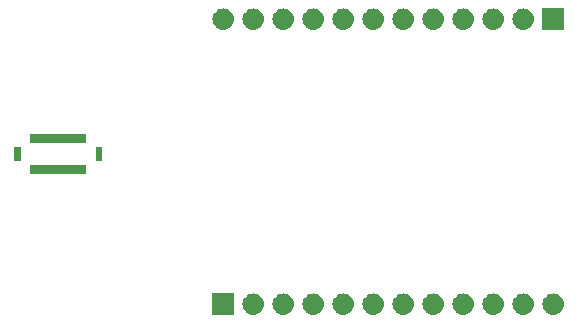
<source format=gbr>
G04 #@! TF.GenerationSoftware,KiCad,Pcbnew,(5.1.2)-2*
G04 #@! TF.CreationDate,2019-09-03T11:35:37+08:00*
G04 #@! TF.ProjectId,adapter,61646170-7465-4722-9e6b-696361645f70,rev?*
G04 #@! TF.SameCoordinates,Original*
G04 #@! TF.FileFunction,Soldermask,Top*
G04 #@! TF.FilePolarity,Negative*
%FSLAX46Y46*%
G04 Gerber Fmt 4.6, Leading zero omitted, Abs format (unit mm)*
G04 Created by KiCad (PCBNEW (5.1.2)-2) date 2019-09-03 11:35:37*
%MOMM*%
%LPD*%
G04 APERTURE LIST*
%ADD10C,0.100000*%
G04 APERTURE END LIST*
D10*
G36*
X96151000Y-113931000D02*
G01*
X94349000Y-113931000D01*
X94349000Y-112129000D01*
X96151000Y-112129000D01*
X96151000Y-113931000D01*
X96151000Y-113931000D01*
G37*
G36*
X97900443Y-112135519D02*
G01*
X97966627Y-112142037D01*
X98136466Y-112193557D01*
X98292991Y-112277222D01*
X98328729Y-112306552D01*
X98430186Y-112389814D01*
X98513448Y-112491271D01*
X98542778Y-112527009D01*
X98626443Y-112683534D01*
X98677963Y-112853373D01*
X98695359Y-113030000D01*
X98677963Y-113206627D01*
X98626443Y-113376466D01*
X98542778Y-113532991D01*
X98513448Y-113568729D01*
X98430186Y-113670186D01*
X98328729Y-113753448D01*
X98292991Y-113782778D01*
X98136466Y-113866443D01*
X97966627Y-113917963D01*
X97900443Y-113924481D01*
X97834260Y-113931000D01*
X97745740Y-113931000D01*
X97679557Y-113924481D01*
X97613373Y-113917963D01*
X97443534Y-113866443D01*
X97287009Y-113782778D01*
X97251271Y-113753448D01*
X97149814Y-113670186D01*
X97066552Y-113568729D01*
X97037222Y-113532991D01*
X96953557Y-113376466D01*
X96902037Y-113206627D01*
X96884641Y-113030000D01*
X96902037Y-112853373D01*
X96953557Y-112683534D01*
X97037222Y-112527009D01*
X97066552Y-112491271D01*
X97149814Y-112389814D01*
X97251271Y-112306552D01*
X97287009Y-112277222D01*
X97443534Y-112193557D01*
X97613373Y-112142037D01*
X97679557Y-112135519D01*
X97745740Y-112129000D01*
X97834260Y-112129000D01*
X97900443Y-112135519D01*
X97900443Y-112135519D01*
G37*
G36*
X100440443Y-112135519D02*
G01*
X100506627Y-112142037D01*
X100676466Y-112193557D01*
X100832991Y-112277222D01*
X100868729Y-112306552D01*
X100970186Y-112389814D01*
X101053448Y-112491271D01*
X101082778Y-112527009D01*
X101166443Y-112683534D01*
X101217963Y-112853373D01*
X101235359Y-113030000D01*
X101217963Y-113206627D01*
X101166443Y-113376466D01*
X101082778Y-113532991D01*
X101053448Y-113568729D01*
X100970186Y-113670186D01*
X100868729Y-113753448D01*
X100832991Y-113782778D01*
X100676466Y-113866443D01*
X100506627Y-113917963D01*
X100440443Y-113924481D01*
X100374260Y-113931000D01*
X100285740Y-113931000D01*
X100219557Y-113924481D01*
X100153373Y-113917963D01*
X99983534Y-113866443D01*
X99827009Y-113782778D01*
X99791271Y-113753448D01*
X99689814Y-113670186D01*
X99606552Y-113568729D01*
X99577222Y-113532991D01*
X99493557Y-113376466D01*
X99442037Y-113206627D01*
X99424641Y-113030000D01*
X99442037Y-112853373D01*
X99493557Y-112683534D01*
X99577222Y-112527009D01*
X99606552Y-112491271D01*
X99689814Y-112389814D01*
X99791271Y-112306552D01*
X99827009Y-112277222D01*
X99983534Y-112193557D01*
X100153373Y-112142037D01*
X100219557Y-112135519D01*
X100285740Y-112129000D01*
X100374260Y-112129000D01*
X100440443Y-112135519D01*
X100440443Y-112135519D01*
G37*
G36*
X102980443Y-112135519D02*
G01*
X103046627Y-112142037D01*
X103216466Y-112193557D01*
X103372991Y-112277222D01*
X103408729Y-112306552D01*
X103510186Y-112389814D01*
X103593448Y-112491271D01*
X103622778Y-112527009D01*
X103706443Y-112683534D01*
X103757963Y-112853373D01*
X103775359Y-113030000D01*
X103757963Y-113206627D01*
X103706443Y-113376466D01*
X103622778Y-113532991D01*
X103593448Y-113568729D01*
X103510186Y-113670186D01*
X103408729Y-113753448D01*
X103372991Y-113782778D01*
X103216466Y-113866443D01*
X103046627Y-113917963D01*
X102980443Y-113924481D01*
X102914260Y-113931000D01*
X102825740Y-113931000D01*
X102759557Y-113924481D01*
X102693373Y-113917963D01*
X102523534Y-113866443D01*
X102367009Y-113782778D01*
X102331271Y-113753448D01*
X102229814Y-113670186D01*
X102146552Y-113568729D01*
X102117222Y-113532991D01*
X102033557Y-113376466D01*
X101982037Y-113206627D01*
X101964641Y-113030000D01*
X101982037Y-112853373D01*
X102033557Y-112683534D01*
X102117222Y-112527009D01*
X102146552Y-112491271D01*
X102229814Y-112389814D01*
X102331271Y-112306552D01*
X102367009Y-112277222D01*
X102523534Y-112193557D01*
X102693373Y-112142037D01*
X102759557Y-112135519D01*
X102825740Y-112129000D01*
X102914260Y-112129000D01*
X102980443Y-112135519D01*
X102980443Y-112135519D01*
G37*
G36*
X105520443Y-112135519D02*
G01*
X105586627Y-112142037D01*
X105756466Y-112193557D01*
X105912991Y-112277222D01*
X105948729Y-112306552D01*
X106050186Y-112389814D01*
X106133448Y-112491271D01*
X106162778Y-112527009D01*
X106246443Y-112683534D01*
X106297963Y-112853373D01*
X106315359Y-113030000D01*
X106297963Y-113206627D01*
X106246443Y-113376466D01*
X106162778Y-113532991D01*
X106133448Y-113568729D01*
X106050186Y-113670186D01*
X105948729Y-113753448D01*
X105912991Y-113782778D01*
X105756466Y-113866443D01*
X105586627Y-113917963D01*
X105520443Y-113924481D01*
X105454260Y-113931000D01*
X105365740Y-113931000D01*
X105299557Y-113924481D01*
X105233373Y-113917963D01*
X105063534Y-113866443D01*
X104907009Y-113782778D01*
X104871271Y-113753448D01*
X104769814Y-113670186D01*
X104686552Y-113568729D01*
X104657222Y-113532991D01*
X104573557Y-113376466D01*
X104522037Y-113206627D01*
X104504641Y-113030000D01*
X104522037Y-112853373D01*
X104573557Y-112683534D01*
X104657222Y-112527009D01*
X104686552Y-112491271D01*
X104769814Y-112389814D01*
X104871271Y-112306552D01*
X104907009Y-112277222D01*
X105063534Y-112193557D01*
X105233373Y-112142037D01*
X105299557Y-112135519D01*
X105365740Y-112129000D01*
X105454260Y-112129000D01*
X105520443Y-112135519D01*
X105520443Y-112135519D01*
G37*
G36*
X108060443Y-112135519D02*
G01*
X108126627Y-112142037D01*
X108296466Y-112193557D01*
X108452991Y-112277222D01*
X108488729Y-112306552D01*
X108590186Y-112389814D01*
X108673448Y-112491271D01*
X108702778Y-112527009D01*
X108786443Y-112683534D01*
X108837963Y-112853373D01*
X108855359Y-113030000D01*
X108837963Y-113206627D01*
X108786443Y-113376466D01*
X108702778Y-113532991D01*
X108673448Y-113568729D01*
X108590186Y-113670186D01*
X108488729Y-113753448D01*
X108452991Y-113782778D01*
X108296466Y-113866443D01*
X108126627Y-113917963D01*
X108060443Y-113924481D01*
X107994260Y-113931000D01*
X107905740Y-113931000D01*
X107839557Y-113924481D01*
X107773373Y-113917963D01*
X107603534Y-113866443D01*
X107447009Y-113782778D01*
X107411271Y-113753448D01*
X107309814Y-113670186D01*
X107226552Y-113568729D01*
X107197222Y-113532991D01*
X107113557Y-113376466D01*
X107062037Y-113206627D01*
X107044641Y-113030000D01*
X107062037Y-112853373D01*
X107113557Y-112683534D01*
X107197222Y-112527009D01*
X107226552Y-112491271D01*
X107309814Y-112389814D01*
X107411271Y-112306552D01*
X107447009Y-112277222D01*
X107603534Y-112193557D01*
X107773373Y-112142037D01*
X107839557Y-112135519D01*
X107905740Y-112129000D01*
X107994260Y-112129000D01*
X108060443Y-112135519D01*
X108060443Y-112135519D01*
G37*
G36*
X110600443Y-112135519D02*
G01*
X110666627Y-112142037D01*
X110836466Y-112193557D01*
X110992991Y-112277222D01*
X111028729Y-112306552D01*
X111130186Y-112389814D01*
X111213448Y-112491271D01*
X111242778Y-112527009D01*
X111326443Y-112683534D01*
X111377963Y-112853373D01*
X111395359Y-113030000D01*
X111377963Y-113206627D01*
X111326443Y-113376466D01*
X111242778Y-113532991D01*
X111213448Y-113568729D01*
X111130186Y-113670186D01*
X111028729Y-113753448D01*
X110992991Y-113782778D01*
X110836466Y-113866443D01*
X110666627Y-113917963D01*
X110600443Y-113924481D01*
X110534260Y-113931000D01*
X110445740Y-113931000D01*
X110379557Y-113924481D01*
X110313373Y-113917963D01*
X110143534Y-113866443D01*
X109987009Y-113782778D01*
X109951271Y-113753448D01*
X109849814Y-113670186D01*
X109766552Y-113568729D01*
X109737222Y-113532991D01*
X109653557Y-113376466D01*
X109602037Y-113206627D01*
X109584641Y-113030000D01*
X109602037Y-112853373D01*
X109653557Y-112683534D01*
X109737222Y-112527009D01*
X109766552Y-112491271D01*
X109849814Y-112389814D01*
X109951271Y-112306552D01*
X109987009Y-112277222D01*
X110143534Y-112193557D01*
X110313373Y-112142037D01*
X110379557Y-112135519D01*
X110445740Y-112129000D01*
X110534260Y-112129000D01*
X110600443Y-112135519D01*
X110600443Y-112135519D01*
G37*
G36*
X113140443Y-112135519D02*
G01*
X113206627Y-112142037D01*
X113376466Y-112193557D01*
X113532991Y-112277222D01*
X113568729Y-112306552D01*
X113670186Y-112389814D01*
X113753448Y-112491271D01*
X113782778Y-112527009D01*
X113866443Y-112683534D01*
X113917963Y-112853373D01*
X113935359Y-113030000D01*
X113917963Y-113206627D01*
X113866443Y-113376466D01*
X113782778Y-113532991D01*
X113753448Y-113568729D01*
X113670186Y-113670186D01*
X113568729Y-113753448D01*
X113532991Y-113782778D01*
X113376466Y-113866443D01*
X113206627Y-113917963D01*
X113140443Y-113924481D01*
X113074260Y-113931000D01*
X112985740Y-113931000D01*
X112919557Y-113924481D01*
X112853373Y-113917963D01*
X112683534Y-113866443D01*
X112527009Y-113782778D01*
X112491271Y-113753448D01*
X112389814Y-113670186D01*
X112306552Y-113568729D01*
X112277222Y-113532991D01*
X112193557Y-113376466D01*
X112142037Y-113206627D01*
X112124641Y-113030000D01*
X112142037Y-112853373D01*
X112193557Y-112683534D01*
X112277222Y-112527009D01*
X112306552Y-112491271D01*
X112389814Y-112389814D01*
X112491271Y-112306552D01*
X112527009Y-112277222D01*
X112683534Y-112193557D01*
X112853373Y-112142037D01*
X112919557Y-112135519D01*
X112985740Y-112129000D01*
X113074260Y-112129000D01*
X113140443Y-112135519D01*
X113140443Y-112135519D01*
G37*
G36*
X115680443Y-112135519D02*
G01*
X115746627Y-112142037D01*
X115916466Y-112193557D01*
X116072991Y-112277222D01*
X116108729Y-112306552D01*
X116210186Y-112389814D01*
X116293448Y-112491271D01*
X116322778Y-112527009D01*
X116406443Y-112683534D01*
X116457963Y-112853373D01*
X116475359Y-113030000D01*
X116457963Y-113206627D01*
X116406443Y-113376466D01*
X116322778Y-113532991D01*
X116293448Y-113568729D01*
X116210186Y-113670186D01*
X116108729Y-113753448D01*
X116072991Y-113782778D01*
X115916466Y-113866443D01*
X115746627Y-113917963D01*
X115680443Y-113924481D01*
X115614260Y-113931000D01*
X115525740Y-113931000D01*
X115459557Y-113924481D01*
X115393373Y-113917963D01*
X115223534Y-113866443D01*
X115067009Y-113782778D01*
X115031271Y-113753448D01*
X114929814Y-113670186D01*
X114846552Y-113568729D01*
X114817222Y-113532991D01*
X114733557Y-113376466D01*
X114682037Y-113206627D01*
X114664641Y-113030000D01*
X114682037Y-112853373D01*
X114733557Y-112683534D01*
X114817222Y-112527009D01*
X114846552Y-112491271D01*
X114929814Y-112389814D01*
X115031271Y-112306552D01*
X115067009Y-112277222D01*
X115223534Y-112193557D01*
X115393373Y-112142037D01*
X115459557Y-112135519D01*
X115525740Y-112129000D01*
X115614260Y-112129000D01*
X115680443Y-112135519D01*
X115680443Y-112135519D01*
G37*
G36*
X118220443Y-112135519D02*
G01*
X118286627Y-112142037D01*
X118456466Y-112193557D01*
X118612991Y-112277222D01*
X118648729Y-112306552D01*
X118750186Y-112389814D01*
X118833448Y-112491271D01*
X118862778Y-112527009D01*
X118946443Y-112683534D01*
X118997963Y-112853373D01*
X119015359Y-113030000D01*
X118997963Y-113206627D01*
X118946443Y-113376466D01*
X118862778Y-113532991D01*
X118833448Y-113568729D01*
X118750186Y-113670186D01*
X118648729Y-113753448D01*
X118612991Y-113782778D01*
X118456466Y-113866443D01*
X118286627Y-113917963D01*
X118220443Y-113924481D01*
X118154260Y-113931000D01*
X118065740Y-113931000D01*
X117999557Y-113924481D01*
X117933373Y-113917963D01*
X117763534Y-113866443D01*
X117607009Y-113782778D01*
X117571271Y-113753448D01*
X117469814Y-113670186D01*
X117386552Y-113568729D01*
X117357222Y-113532991D01*
X117273557Y-113376466D01*
X117222037Y-113206627D01*
X117204641Y-113030000D01*
X117222037Y-112853373D01*
X117273557Y-112683534D01*
X117357222Y-112527009D01*
X117386552Y-112491271D01*
X117469814Y-112389814D01*
X117571271Y-112306552D01*
X117607009Y-112277222D01*
X117763534Y-112193557D01*
X117933373Y-112142037D01*
X117999557Y-112135519D01*
X118065740Y-112129000D01*
X118154260Y-112129000D01*
X118220443Y-112135519D01*
X118220443Y-112135519D01*
G37*
G36*
X123300443Y-112135519D02*
G01*
X123366627Y-112142037D01*
X123536466Y-112193557D01*
X123692991Y-112277222D01*
X123728729Y-112306552D01*
X123830186Y-112389814D01*
X123913448Y-112491271D01*
X123942778Y-112527009D01*
X124026443Y-112683534D01*
X124077963Y-112853373D01*
X124095359Y-113030000D01*
X124077963Y-113206627D01*
X124026443Y-113376466D01*
X123942778Y-113532991D01*
X123913448Y-113568729D01*
X123830186Y-113670186D01*
X123728729Y-113753448D01*
X123692991Y-113782778D01*
X123536466Y-113866443D01*
X123366627Y-113917963D01*
X123300443Y-113924481D01*
X123234260Y-113931000D01*
X123145740Y-113931000D01*
X123079557Y-113924481D01*
X123013373Y-113917963D01*
X122843534Y-113866443D01*
X122687009Y-113782778D01*
X122651271Y-113753448D01*
X122549814Y-113670186D01*
X122466552Y-113568729D01*
X122437222Y-113532991D01*
X122353557Y-113376466D01*
X122302037Y-113206627D01*
X122284641Y-113030000D01*
X122302037Y-112853373D01*
X122353557Y-112683534D01*
X122437222Y-112527009D01*
X122466552Y-112491271D01*
X122549814Y-112389814D01*
X122651271Y-112306552D01*
X122687009Y-112277222D01*
X122843534Y-112193557D01*
X123013373Y-112142037D01*
X123079557Y-112135519D01*
X123145740Y-112129000D01*
X123234260Y-112129000D01*
X123300443Y-112135519D01*
X123300443Y-112135519D01*
G37*
G36*
X120760443Y-112135519D02*
G01*
X120826627Y-112142037D01*
X120996466Y-112193557D01*
X121152991Y-112277222D01*
X121188729Y-112306552D01*
X121290186Y-112389814D01*
X121373448Y-112491271D01*
X121402778Y-112527009D01*
X121486443Y-112683534D01*
X121537963Y-112853373D01*
X121555359Y-113030000D01*
X121537963Y-113206627D01*
X121486443Y-113376466D01*
X121402778Y-113532991D01*
X121373448Y-113568729D01*
X121290186Y-113670186D01*
X121188729Y-113753448D01*
X121152991Y-113782778D01*
X120996466Y-113866443D01*
X120826627Y-113917963D01*
X120760443Y-113924481D01*
X120694260Y-113931000D01*
X120605740Y-113931000D01*
X120539557Y-113924481D01*
X120473373Y-113917963D01*
X120303534Y-113866443D01*
X120147009Y-113782778D01*
X120111271Y-113753448D01*
X120009814Y-113670186D01*
X119926552Y-113568729D01*
X119897222Y-113532991D01*
X119813557Y-113376466D01*
X119762037Y-113206627D01*
X119744641Y-113030000D01*
X119762037Y-112853373D01*
X119813557Y-112683534D01*
X119897222Y-112527009D01*
X119926552Y-112491271D01*
X120009814Y-112389814D01*
X120111271Y-112306552D01*
X120147009Y-112277222D01*
X120303534Y-112193557D01*
X120473373Y-112142037D01*
X120539557Y-112135519D01*
X120605740Y-112129000D01*
X120694260Y-112129000D01*
X120760443Y-112135519D01*
X120760443Y-112135519D01*
G37*
G36*
X83665000Y-102040000D02*
G01*
X78895000Y-102040000D01*
X78895000Y-101270000D01*
X83665000Y-101270000D01*
X83665000Y-102040000D01*
X83665000Y-102040000D01*
G37*
G36*
X78100000Y-100950000D02*
G01*
X77580000Y-100950000D01*
X77580000Y-99710000D01*
X78100000Y-99710000D01*
X78100000Y-100950000D01*
X78100000Y-100950000D01*
G37*
G36*
X84980000Y-100950000D02*
G01*
X84460000Y-100950000D01*
X84460000Y-99710000D01*
X84980000Y-99710000D01*
X84980000Y-100950000D01*
X84980000Y-100950000D01*
G37*
G36*
X83665000Y-99390000D02*
G01*
X78895000Y-99390000D01*
X78895000Y-98620000D01*
X83665000Y-98620000D01*
X83665000Y-99390000D01*
X83665000Y-99390000D01*
G37*
G36*
X97900443Y-88005519D02*
G01*
X97966627Y-88012037D01*
X98136466Y-88063557D01*
X98292991Y-88147222D01*
X98328729Y-88176552D01*
X98430186Y-88259814D01*
X98513448Y-88361271D01*
X98542778Y-88397009D01*
X98626443Y-88553534D01*
X98677963Y-88723373D01*
X98695359Y-88900000D01*
X98677963Y-89076627D01*
X98626443Y-89246466D01*
X98542778Y-89402991D01*
X98513448Y-89438729D01*
X98430186Y-89540186D01*
X98328729Y-89623448D01*
X98292991Y-89652778D01*
X98136466Y-89736443D01*
X97966627Y-89787963D01*
X97900443Y-89794481D01*
X97834260Y-89801000D01*
X97745740Y-89801000D01*
X97679557Y-89794481D01*
X97613373Y-89787963D01*
X97443534Y-89736443D01*
X97287009Y-89652778D01*
X97251271Y-89623448D01*
X97149814Y-89540186D01*
X97066552Y-89438729D01*
X97037222Y-89402991D01*
X96953557Y-89246466D01*
X96902037Y-89076627D01*
X96884641Y-88900000D01*
X96902037Y-88723373D01*
X96953557Y-88553534D01*
X97037222Y-88397009D01*
X97066552Y-88361271D01*
X97149814Y-88259814D01*
X97251271Y-88176552D01*
X97287009Y-88147222D01*
X97443534Y-88063557D01*
X97613373Y-88012037D01*
X97679557Y-88005519D01*
X97745740Y-87999000D01*
X97834260Y-87999000D01*
X97900443Y-88005519D01*
X97900443Y-88005519D01*
G37*
G36*
X124091000Y-89801000D02*
G01*
X122289000Y-89801000D01*
X122289000Y-87999000D01*
X124091000Y-87999000D01*
X124091000Y-89801000D01*
X124091000Y-89801000D01*
G37*
G36*
X120760443Y-88005519D02*
G01*
X120826627Y-88012037D01*
X120996466Y-88063557D01*
X121152991Y-88147222D01*
X121188729Y-88176552D01*
X121290186Y-88259814D01*
X121373448Y-88361271D01*
X121402778Y-88397009D01*
X121486443Y-88553534D01*
X121537963Y-88723373D01*
X121555359Y-88900000D01*
X121537963Y-89076627D01*
X121486443Y-89246466D01*
X121402778Y-89402991D01*
X121373448Y-89438729D01*
X121290186Y-89540186D01*
X121188729Y-89623448D01*
X121152991Y-89652778D01*
X120996466Y-89736443D01*
X120826627Y-89787963D01*
X120760443Y-89794481D01*
X120694260Y-89801000D01*
X120605740Y-89801000D01*
X120539557Y-89794481D01*
X120473373Y-89787963D01*
X120303534Y-89736443D01*
X120147009Y-89652778D01*
X120111271Y-89623448D01*
X120009814Y-89540186D01*
X119926552Y-89438729D01*
X119897222Y-89402991D01*
X119813557Y-89246466D01*
X119762037Y-89076627D01*
X119744641Y-88900000D01*
X119762037Y-88723373D01*
X119813557Y-88553534D01*
X119897222Y-88397009D01*
X119926552Y-88361271D01*
X120009814Y-88259814D01*
X120111271Y-88176552D01*
X120147009Y-88147222D01*
X120303534Y-88063557D01*
X120473373Y-88012037D01*
X120539557Y-88005519D01*
X120605740Y-87999000D01*
X120694260Y-87999000D01*
X120760443Y-88005519D01*
X120760443Y-88005519D01*
G37*
G36*
X118220443Y-88005519D02*
G01*
X118286627Y-88012037D01*
X118456466Y-88063557D01*
X118612991Y-88147222D01*
X118648729Y-88176552D01*
X118750186Y-88259814D01*
X118833448Y-88361271D01*
X118862778Y-88397009D01*
X118946443Y-88553534D01*
X118997963Y-88723373D01*
X119015359Y-88900000D01*
X118997963Y-89076627D01*
X118946443Y-89246466D01*
X118862778Y-89402991D01*
X118833448Y-89438729D01*
X118750186Y-89540186D01*
X118648729Y-89623448D01*
X118612991Y-89652778D01*
X118456466Y-89736443D01*
X118286627Y-89787963D01*
X118220443Y-89794481D01*
X118154260Y-89801000D01*
X118065740Y-89801000D01*
X117999557Y-89794481D01*
X117933373Y-89787963D01*
X117763534Y-89736443D01*
X117607009Y-89652778D01*
X117571271Y-89623448D01*
X117469814Y-89540186D01*
X117386552Y-89438729D01*
X117357222Y-89402991D01*
X117273557Y-89246466D01*
X117222037Y-89076627D01*
X117204641Y-88900000D01*
X117222037Y-88723373D01*
X117273557Y-88553534D01*
X117357222Y-88397009D01*
X117386552Y-88361271D01*
X117469814Y-88259814D01*
X117571271Y-88176552D01*
X117607009Y-88147222D01*
X117763534Y-88063557D01*
X117933373Y-88012037D01*
X117999557Y-88005519D01*
X118065740Y-87999000D01*
X118154260Y-87999000D01*
X118220443Y-88005519D01*
X118220443Y-88005519D01*
G37*
G36*
X115680443Y-88005519D02*
G01*
X115746627Y-88012037D01*
X115916466Y-88063557D01*
X116072991Y-88147222D01*
X116108729Y-88176552D01*
X116210186Y-88259814D01*
X116293448Y-88361271D01*
X116322778Y-88397009D01*
X116406443Y-88553534D01*
X116457963Y-88723373D01*
X116475359Y-88900000D01*
X116457963Y-89076627D01*
X116406443Y-89246466D01*
X116322778Y-89402991D01*
X116293448Y-89438729D01*
X116210186Y-89540186D01*
X116108729Y-89623448D01*
X116072991Y-89652778D01*
X115916466Y-89736443D01*
X115746627Y-89787963D01*
X115680443Y-89794481D01*
X115614260Y-89801000D01*
X115525740Y-89801000D01*
X115459557Y-89794481D01*
X115393373Y-89787963D01*
X115223534Y-89736443D01*
X115067009Y-89652778D01*
X115031271Y-89623448D01*
X114929814Y-89540186D01*
X114846552Y-89438729D01*
X114817222Y-89402991D01*
X114733557Y-89246466D01*
X114682037Y-89076627D01*
X114664641Y-88900000D01*
X114682037Y-88723373D01*
X114733557Y-88553534D01*
X114817222Y-88397009D01*
X114846552Y-88361271D01*
X114929814Y-88259814D01*
X115031271Y-88176552D01*
X115067009Y-88147222D01*
X115223534Y-88063557D01*
X115393373Y-88012037D01*
X115459557Y-88005519D01*
X115525740Y-87999000D01*
X115614260Y-87999000D01*
X115680443Y-88005519D01*
X115680443Y-88005519D01*
G37*
G36*
X113140443Y-88005519D02*
G01*
X113206627Y-88012037D01*
X113376466Y-88063557D01*
X113532991Y-88147222D01*
X113568729Y-88176552D01*
X113670186Y-88259814D01*
X113753448Y-88361271D01*
X113782778Y-88397009D01*
X113866443Y-88553534D01*
X113917963Y-88723373D01*
X113935359Y-88900000D01*
X113917963Y-89076627D01*
X113866443Y-89246466D01*
X113782778Y-89402991D01*
X113753448Y-89438729D01*
X113670186Y-89540186D01*
X113568729Y-89623448D01*
X113532991Y-89652778D01*
X113376466Y-89736443D01*
X113206627Y-89787963D01*
X113140443Y-89794481D01*
X113074260Y-89801000D01*
X112985740Y-89801000D01*
X112919557Y-89794481D01*
X112853373Y-89787963D01*
X112683534Y-89736443D01*
X112527009Y-89652778D01*
X112491271Y-89623448D01*
X112389814Y-89540186D01*
X112306552Y-89438729D01*
X112277222Y-89402991D01*
X112193557Y-89246466D01*
X112142037Y-89076627D01*
X112124641Y-88900000D01*
X112142037Y-88723373D01*
X112193557Y-88553534D01*
X112277222Y-88397009D01*
X112306552Y-88361271D01*
X112389814Y-88259814D01*
X112491271Y-88176552D01*
X112527009Y-88147222D01*
X112683534Y-88063557D01*
X112853373Y-88012037D01*
X112919557Y-88005519D01*
X112985740Y-87999000D01*
X113074260Y-87999000D01*
X113140443Y-88005519D01*
X113140443Y-88005519D01*
G37*
G36*
X110600443Y-88005519D02*
G01*
X110666627Y-88012037D01*
X110836466Y-88063557D01*
X110992991Y-88147222D01*
X111028729Y-88176552D01*
X111130186Y-88259814D01*
X111213448Y-88361271D01*
X111242778Y-88397009D01*
X111326443Y-88553534D01*
X111377963Y-88723373D01*
X111395359Y-88900000D01*
X111377963Y-89076627D01*
X111326443Y-89246466D01*
X111242778Y-89402991D01*
X111213448Y-89438729D01*
X111130186Y-89540186D01*
X111028729Y-89623448D01*
X110992991Y-89652778D01*
X110836466Y-89736443D01*
X110666627Y-89787963D01*
X110600443Y-89794481D01*
X110534260Y-89801000D01*
X110445740Y-89801000D01*
X110379557Y-89794481D01*
X110313373Y-89787963D01*
X110143534Y-89736443D01*
X109987009Y-89652778D01*
X109951271Y-89623448D01*
X109849814Y-89540186D01*
X109766552Y-89438729D01*
X109737222Y-89402991D01*
X109653557Y-89246466D01*
X109602037Y-89076627D01*
X109584641Y-88900000D01*
X109602037Y-88723373D01*
X109653557Y-88553534D01*
X109737222Y-88397009D01*
X109766552Y-88361271D01*
X109849814Y-88259814D01*
X109951271Y-88176552D01*
X109987009Y-88147222D01*
X110143534Y-88063557D01*
X110313373Y-88012037D01*
X110379557Y-88005519D01*
X110445740Y-87999000D01*
X110534260Y-87999000D01*
X110600443Y-88005519D01*
X110600443Y-88005519D01*
G37*
G36*
X108060443Y-88005519D02*
G01*
X108126627Y-88012037D01*
X108296466Y-88063557D01*
X108452991Y-88147222D01*
X108488729Y-88176552D01*
X108590186Y-88259814D01*
X108673448Y-88361271D01*
X108702778Y-88397009D01*
X108786443Y-88553534D01*
X108837963Y-88723373D01*
X108855359Y-88900000D01*
X108837963Y-89076627D01*
X108786443Y-89246466D01*
X108702778Y-89402991D01*
X108673448Y-89438729D01*
X108590186Y-89540186D01*
X108488729Y-89623448D01*
X108452991Y-89652778D01*
X108296466Y-89736443D01*
X108126627Y-89787963D01*
X108060443Y-89794481D01*
X107994260Y-89801000D01*
X107905740Y-89801000D01*
X107839557Y-89794481D01*
X107773373Y-89787963D01*
X107603534Y-89736443D01*
X107447009Y-89652778D01*
X107411271Y-89623448D01*
X107309814Y-89540186D01*
X107226552Y-89438729D01*
X107197222Y-89402991D01*
X107113557Y-89246466D01*
X107062037Y-89076627D01*
X107044641Y-88900000D01*
X107062037Y-88723373D01*
X107113557Y-88553534D01*
X107197222Y-88397009D01*
X107226552Y-88361271D01*
X107309814Y-88259814D01*
X107411271Y-88176552D01*
X107447009Y-88147222D01*
X107603534Y-88063557D01*
X107773373Y-88012037D01*
X107839557Y-88005519D01*
X107905740Y-87999000D01*
X107994260Y-87999000D01*
X108060443Y-88005519D01*
X108060443Y-88005519D01*
G37*
G36*
X105520443Y-88005519D02*
G01*
X105586627Y-88012037D01*
X105756466Y-88063557D01*
X105912991Y-88147222D01*
X105948729Y-88176552D01*
X106050186Y-88259814D01*
X106133448Y-88361271D01*
X106162778Y-88397009D01*
X106246443Y-88553534D01*
X106297963Y-88723373D01*
X106315359Y-88900000D01*
X106297963Y-89076627D01*
X106246443Y-89246466D01*
X106162778Y-89402991D01*
X106133448Y-89438729D01*
X106050186Y-89540186D01*
X105948729Y-89623448D01*
X105912991Y-89652778D01*
X105756466Y-89736443D01*
X105586627Y-89787963D01*
X105520443Y-89794481D01*
X105454260Y-89801000D01*
X105365740Y-89801000D01*
X105299557Y-89794481D01*
X105233373Y-89787963D01*
X105063534Y-89736443D01*
X104907009Y-89652778D01*
X104871271Y-89623448D01*
X104769814Y-89540186D01*
X104686552Y-89438729D01*
X104657222Y-89402991D01*
X104573557Y-89246466D01*
X104522037Y-89076627D01*
X104504641Y-88900000D01*
X104522037Y-88723373D01*
X104573557Y-88553534D01*
X104657222Y-88397009D01*
X104686552Y-88361271D01*
X104769814Y-88259814D01*
X104871271Y-88176552D01*
X104907009Y-88147222D01*
X105063534Y-88063557D01*
X105233373Y-88012037D01*
X105299557Y-88005519D01*
X105365740Y-87999000D01*
X105454260Y-87999000D01*
X105520443Y-88005519D01*
X105520443Y-88005519D01*
G37*
G36*
X102980443Y-88005519D02*
G01*
X103046627Y-88012037D01*
X103216466Y-88063557D01*
X103372991Y-88147222D01*
X103408729Y-88176552D01*
X103510186Y-88259814D01*
X103593448Y-88361271D01*
X103622778Y-88397009D01*
X103706443Y-88553534D01*
X103757963Y-88723373D01*
X103775359Y-88900000D01*
X103757963Y-89076627D01*
X103706443Y-89246466D01*
X103622778Y-89402991D01*
X103593448Y-89438729D01*
X103510186Y-89540186D01*
X103408729Y-89623448D01*
X103372991Y-89652778D01*
X103216466Y-89736443D01*
X103046627Y-89787963D01*
X102980443Y-89794481D01*
X102914260Y-89801000D01*
X102825740Y-89801000D01*
X102759557Y-89794481D01*
X102693373Y-89787963D01*
X102523534Y-89736443D01*
X102367009Y-89652778D01*
X102331271Y-89623448D01*
X102229814Y-89540186D01*
X102146552Y-89438729D01*
X102117222Y-89402991D01*
X102033557Y-89246466D01*
X101982037Y-89076627D01*
X101964641Y-88900000D01*
X101982037Y-88723373D01*
X102033557Y-88553534D01*
X102117222Y-88397009D01*
X102146552Y-88361271D01*
X102229814Y-88259814D01*
X102331271Y-88176552D01*
X102367009Y-88147222D01*
X102523534Y-88063557D01*
X102693373Y-88012037D01*
X102759557Y-88005519D01*
X102825740Y-87999000D01*
X102914260Y-87999000D01*
X102980443Y-88005519D01*
X102980443Y-88005519D01*
G37*
G36*
X100440443Y-88005519D02*
G01*
X100506627Y-88012037D01*
X100676466Y-88063557D01*
X100832991Y-88147222D01*
X100868729Y-88176552D01*
X100970186Y-88259814D01*
X101053448Y-88361271D01*
X101082778Y-88397009D01*
X101166443Y-88553534D01*
X101217963Y-88723373D01*
X101235359Y-88900000D01*
X101217963Y-89076627D01*
X101166443Y-89246466D01*
X101082778Y-89402991D01*
X101053448Y-89438729D01*
X100970186Y-89540186D01*
X100868729Y-89623448D01*
X100832991Y-89652778D01*
X100676466Y-89736443D01*
X100506627Y-89787963D01*
X100440443Y-89794481D01*
X100374260Y-89801000D01*
X100285740Y-89801000D01*
X100219557Y-89794481D01*
X100153373Y-89787963D01*
X99983534Y-89736443D01*
X99827009Y-89652778D01*
X99791271Y-89623448D01*
X99689814Y-89540186D01*
X99606552Y-89438729D01*
X99577222Y-89402991D01*
X99493557Y-89246466D01*
X99442037Y-89076627D01*
X99424641Y-88900000D01*
X99442037Y-88723373D01*
X99493557Y-88553534D01*
X99577222Y-88397009D01*
X99606552Y-88361271D01*
X99689814Y-88259814D01*
X99791271Y-88176552D01*
X99827009Y-88147222D01*
X99983534Y-88063557D01*
X100153373Y-88012037D01*
X100219557Y-88005519D01*
X100285740Y-87999000D01*
X100374260Y-87999000D01*
X100440443Y-88005519D01*
X100440443Y-88005519D01*
G37*
G36*
X95360443Y-88005519D02*
G01*
X95426627Y-88012037D01*
X95596466Y-88063557D01*
X95752991Y-88147222D01*
X95788729Y-88176552D01*
X95890186Y-88259814D01*
X95973448Y-88361271D01*
X96002778Y-88397009D01*
X96086443Y-88553534D01*
X96137963Y-88723373D01*
X96155359Y-88900000D01*
X96137963Y-89076627D01*
X96086443Y-89246466D01*
X96002778Y-89402991D01*
X95973448Y-89438729D01*
X95890186Y-89540186D01*
X95788729Y-89623448D01*
X95752991Y-89652778D01*
X95596466Y-89736443D01*
X95426627Y-89787963D01*
X95360443Y-89794481D01*
X95294260Y-89801000D01*
X95205740Y-89801000D01*
X95139557Y-89794481D01*
X95073373Y-89787963D01*
X94903534Y-89736443D01*
X94747009Y-89652778D01*
X94711271Y-89623448D01*
X94609814Y-89540186D01*
X94526552Y-89438729D01*
X94497222Y-89402991D01*
X94413557Y-89246466D01*
X94362037Y-89076627D01*
X94344641Y-88900000D01*
X94362037Y-88723373D01*
X94413557Y-88553534D01*
X94497222Y-88397009D01*
X94526552Y-88361271D01*
X94609814Y-88259814D01*
X94711271Y-88176552D01*
X94747009Y-88147222D01*
X94903534Y-88063557D01*
X95073373Y-88012037D01*
X95139557Y-88005519D01*
X95205740Y-87999000D01*
X95294260Y-87999000D01*
X95360443Y-88005519D01*
X95360443Y-88005519D01*
G37*
M02*

</source>
